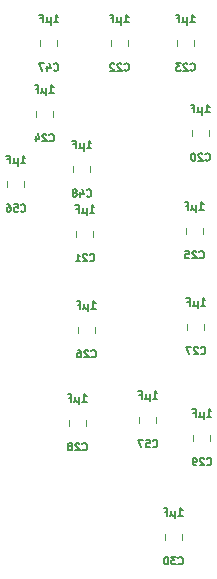
<source format=gbo>
%TF.GenerationSoftware,KiCad,Pcbnew,7.0.5*%
%TF.CreationDate,2024-02-01T08:33:56+02:00*%
%TF.ProjectId,W65C816 Clock Hold,57363543-3831-4362-9043-6c6f636b2048,V1*%
%TF.SameCoordinates,Original*%
%TF.FileFunction,Legend,Bot*%
%TF.FilePolarity,Positive*%
%FSLAX46Y46*%
G04 Gerber Fmt 4.6, Leading zero omitted, Abs format (unit mm)*
G04 Created by KiCad (PCBNEW 7.0.5) date 2024-02-01 08:33:56*
%MOMM*%
%LPD*%
G01*
G04 APERTURE LIST*
%ADD10C,0.150000*%
%ADD11C,0.120000*%
G04 APERTURE END LIST*
D10*
%TO.C,C57*%
X101781214Y-102503486D02*
X101811452Y-102533725D01*
X101811452Y-102533725D02*
X101902166Y-102563963D01*
X101902166Y-102563963D02*
X101962642Y-102563963D01*
X101962642Y-102563963D02*
X102053357Y-102533725D01*
X102053357Y-102533725D02*
X102113833Y-102473248D01*
X102113833Y-102473248D02*
X102144071Y-102412772D01*
X102144071Y-102412772D02*
X102174309Y-102291820D01*
X102174309Y-102291820D02*
X102174309Y-102201105D01*
X102174309Y-102201105D02*
X102144071Y-102080153D01*
X102144071Y-102080153D02*
X102113833Y-102019677D01*
X102113833Y-102019677D02*
X102053357Y-101959201D01*
X102053357Y-101959201D02*
X101962642Y-101928963D01*
X101962642Y-101928963D02*
X101902166Y-101928963D01*
X101902166Y-101928963D02*
X101811452Y-101959201D01*
X101811452Y-101959201D02*
X101781214Y-101989439D01*
X101206690Y-101928963D02*
X101509071Y-101928963D01*
X101509071Y-101928963D02*
X101539309Y-102231344D01*
X101539309Y-102231344D02*
X101509071Y-102201105D01*
X101509071Y-102201105D02*
X101448595Y-102170867D01*
X101448595Y-102170867D02*
X101297404Y-102170867D01*
X101297404Y-102170867D02*
X101236928Y-102201105D01*
X101236928Y-102201105D02*
X101206690Y-102231344D01*
X101206690Y-102231344D02*
X101176452Y-102291820D01*
X101176452Y-102291820D02*
X101176452Y-102443010D01*
X101176452Y-102443010D02*
X101206690Y-102503486D01*
X101206690Y-102503486D02*
X101236928Y-102533725D01*
X101236928Y-102533725D02*
X101297404Y-102563963D01*
X101297404Y-102563963D02*
X101448595Y-102563963D01*
X101448595Y-102563963D02*
X101509071Y-102533725D01*
X101509071Y-102533725D02*
X101539309Y-102503486D01*
X100964785Y-101928963D02*
X100541452Y-101928963D01*
X100541452Y-101928963D02*
X100813595Y-102563963D01*
X101769333Y-98456963D02*
X102132190Y-98456963D01*
X101950762Y-98456963D02*
X101950762Y-97821963D01*
X101950762Y-97821963D02*
X102011238Y-97912677D01*
X102011238Y-97912677D02*
X102071714Y-97973153D01*
X102071714Y-97973153D02*
X102132190Y-98003391D01*
X101497190Y-98033629D02*
X101497190Y-98668629D01*
X101194809Y-98366248D02*
X101164571Y-98426725D01*
X101164571Y-98426725D02*
X101104095Y-98456963D01*
X101497190Y-98366248D02*
X101466952Y-98426725D01*
X101466952Y-98426725D02*
X101406476Y-98456963D01*
X101406476Y-98456963D02*
X101285523Y-98456963D01*
X101285523Y-98456963D02*
X101225047Y-98426725D01*
X101225047Y-98426725D02*
X101194809Y-98366248D01*
X101194809Y-98366248D02*
X101194809Y-98033629D01*
X100620285Y-98124344D02*
X100831952Y-98124344D01*
X100831952Y-98456963D02*
X100831952Y-97821963D01*
X100831952Y-97821963D02*
X100529571Y-97821963D01*
%TO.C,C27*%
X105845214Y-94629486D02*
X105875452Y-94659725D01*
X105875452Y-94659725D02*
X105966166Y-94689963D01*
X105966166Y-94689963D02*
X106026642Y-94689963D01*
X106026642Y-94689963D02*
X106117357Y-94659725D01*
X106117357Y-94659725D02*
X106177833Y-94599248D01*
X106177833Y-94599248D02*
X106208071Y-94538772D01*
X106208071Y-94538772D02*
X106238309Y-94417820D01*
X106238309Y-94417820D02*
X106238309Y-94327105D01*
X106238309Y-94327105D02*
X106208071Y-94206153D01*
X106208071Y-94206153D02*
X106177833Y-94145677D01*
X106177833Y-94145677D02*
X106117357Y-94085201D01*
X106117357Y-94085201D02*
X106026642Y-94054963D01*
X106026642Y-94054963D02*
X105966166Y-94054963D01*
X105966166Y-94054963D02*
X105875452Y-94085201D01*
X105875452Y-94085201D02*
X105845214Y-94115439D01*
X105603309Y-94115439D02*
X105573071Y-94085201D01*
X105573071Y-94085201D02*
X105512595Y-94054963D01*
X105512595Y-94054963D02*
X105361404Y-94054963D01*
X105361404Y-94054963D02*
X105300928Y-94085201D01*
X105300928Y-94085201D02*
X105270690Y-94115439D01*
X105270690Y-94115439D02*
X105240452Y-94175915D01*
X105240452Y-94175915D02*
X105240452Y-94236391D01*
X105240452Y-94236391D02*
X105270690Y-94327105D01*
X105270690Y-94327105D02*
X105633547Y-94689963D01*
X105633547Y-94689963D02*
X105240452Y-94689963D01*
X105028785Y-94054963D02*
X104605452Y-94054963D01*
X104605452Y-94054963D02*
X104877595Y-94689963D01*
X105833333Y-90582963D02*
X106196190Y-90582963D01*
X106014762Y-90582963D02*
X106014762Y-89947963D01*
X106014762Y-89947963D02*
X106075238Y-90038677D01*
X106075238Y-90038677D02*
X106135714Y-90099153D01*
X106135714Y-90099153D02*
X106196190Y-90129391D01*
X105561190Y-90159629D02*
X105561190Y-90794629D01*
X105258809Y-90492248D02*
X105228571Y-90552725D01*
X105228571Y-90552725D02*
X105168095Y-90582963D01*
X105561190Y-90492248D02*
X105530952Y-90552725D01*
X105530952Y-90552725D02*
X105470476Y-90582963D01*
X105470476Y-90582963D02*
X105349523Y-90582963D01*
X105349523Y-90582963D02*
X105289047Y-90552725D01*
X105289047Y-90552725D02*
X105258809Y-90492248D01*
X105258809Y-90492248D02*
X105258809Y-90159629D01*
X104684285Y-90250344D02*
X104895952Y-90250344D01*
X104895952Y-90582963D02*
X104895952Y-89947963D01*
X104895952Y-89947963D02*
X104593571Y-89947963D01*
%TO.C,C23*%
X104956214Y-70626486D02*
X104986452Y-70656725D01*
X104986452Y-70656725D02*
X105077166Y-70686963D01*
X105077166Y-70686963D02*
X105137642Y-70686963D01*
X105137642Y-70686963D02*
X105228357Y-70656725D01*
X105228357Y-70656725D02*
X105288833Y-70596248D01*
X105288833Y-70596248D02*
X105319071Y-70535772D01*
X105319071Y-70535772D02*
X105349309Y-70414820D01*
X105349309Y-70414820D02*
X105349309Y-70324105D01*
X105349309Y-70324105D02*
X105319071Y-70203153D01*
X105319071Y-70203153D02*
X105288833Y-70142677D01*
X105288833Y-70142677D02*
X105228357Y-70082201D01*
X105228357Y-70082201D02*
X105137642Y-70051963D01*
X105137642Y-70051963D02*
X105077166Y-70051963D01*
X105077166Y-70051963D02*
X104986452Y-70082201D01*
X104986452Y-70082201D02*
X104956214Y-70112439D01*
X104714309Y-70112439D02*
X104684071Y-70082201D01*
X104684071Y-70082201D02*
X104623595Y-70051963D01*
X104623595Y-70051963D02*
X104472404Y-70051963D01*
X104472404Y-70051963D02*
X104411928Y-70082201D01*
X104411928Y-70082201D02*
X104381690Y-70112439D01*
X104381690Y-70112439D02*
X104351452Y-70172915D01*
X104351452Y-70172915D02*
X104351452Y-70233391D01*
X104351452Y-70233391D02*
X104381690Y-70324105D01*
X104381690Y-70324105D02*
X104744547Y-70686963D01*
X104744547Y-70686963D02*
X104351452Y-70686963D01*
X104139785Y-70051963D02*
X103746690Y-70051963D01*
X103746690Y-70051963D02*
X103958357Y-70293867D01*
X103958357Y-70293867D02*
X103867642Y-70293867D01*
X103867642Y-70293867D02*
X103807166Y-70324105D01*
X103807166Y-70324105D02*
X103776928Y-70354344D01*
X103776928Y-70354344D02*
X103746690Y-70414820D01*
X103746690Y-70414820D02*
X103746690Y-70566010D01*
X103746690Y-70566010D02*
X103776928Y-70626486D01*
X103776928Y-70626486D02*
X103807166Y-70656725D01*
X103807166Y-70656725D02*
X103867642Y-70686963D01*
X103867642Y-70686963D02*
X104049071Y-70686963D01*
X104049071Y-70686963D02*
X104109547Y-70656725D01*
X104109547Y-70656725D02*
X104139785Y-70626486D01*
X104944333Y-66579963D02*
X105307190Y-66579963D01*
X105125762Y-66579963D02*
X105125762Y-65944963D01*
X105125762Y-65944963D02*
X105186238Y-66035677D01*
X105186238Y-66035677D02*
X105246714Y-66096153D01*
X105246714Y-66096153D02*
X105307190Y-66126391D01*
X104672190Y-66156629D02*
X104672190Y-66791629D01*
X104369809Y-66489248D02*
X104339571Y-66549725D01*
X104339571Y-66549725D02*
X104279095Y-66579963D01*
X104672190Y-66489248D02*
X104641952Y-66549725D01*
X104641952Y-66549725D02*
X104581476Y-66579963D01*
X104581476Y-66579963D02*
X104460523Y-66579963D01*
X104460523Y-66579963D02*
X104400047Y-66549725D01*
X104400047Y-66549725D02*
X104369809Y-66489248D01*
X104369809Y-66489248D02*
X104369809Y-66156629D01*
X103795285Y-66247344D02*
X104006952Y-66247344D01*
X104006952Y-66579963D02*
X104006952Y-65944963D01*
X104006952Y-65944963D02*
X103704571Y-65944963D01*
%TO.C,C25*%
X105718214Y-86501486D02*
X105748452Y-86531725D01*
X105748452Y-86531725D02*
X105839166Y-86561963D01*
X105839166Y-86561963D02*
X105899642Y-86561963D01*
X105899642Y-86561963D02*
X105990357Y-86531725D01*
X105990357Y-86531725D02*
X106050833Y-86471248D01*
X106050833Y-86471248D02*
X106081071Y-86410772D01*
X106081071Y-86410772D02*
X106111309Y-86289820D01*
X106111309Y-86289820D02*
X106111309Y-86199105D01*
X106111309Y-86199105D02*
X106081071Y-86078153D01*
X106081071Y-86078153D02*
X106050833Y-86017677D01*
X106050833Y-86017677D02*
X105990357Y-85957201D01*
X105990357Y-85957201D02*
X105899642Y-85926963D01*
X105899642Y-85926963D02*
X105839166Y-85926963D01*
X105839166Y-85926963D02*
X105748452Y-85957201D01*
X105748452Y-85957201D02*
X105718214Y-85987439D01*
X105476309Y-85987439D02*
X105446071Y-85957201D01*
X105446071Y-85957201D02*
X105385595Y-85926963D01*
X105385595Y-85926963D02*
X105234404Y-85926963D01*
X105234404Y-85926963D02*
X105173928Y-85957201D01*
X105173928Y-85957201D02*
X105143690Y-85987439D01*
X105143690Y-85987439D02*
X105113452Y-86047915D01*
X105113452Y-86047915D02*
X105113452Y-86108391D01*
X105113452Y-86108391D02*
X105143690Y-86199105D01*
X105143690Y-86199105D02*
X105506547Y-86561963D01*
X105506547Y-86561963D02*
X105113452Y-86561963D01*
X104538928Y-85926963D02*
X104841309Y-85926963D01*
X104841309Y-85926963D02*
X104871547Y-86229344D01*
X104871547Y-86229344D02*
X104841309Y-86199105D01*
X104841309Y-86199105D02*
X104780833Y-86168867D01*
X104780833Y-86168867D02*
X104629642Y-86168867D01*
X104629642Y-86168867D02*
X104569166Y-86199105D01*
X104569166Y-86199105D02*
X104538928Y-86229344D01*
X104538928Y-86229344D02*
X104508690Y-86289820D01*
X104508690Y-86289820D02*
X104508690Y-86441010D01*
X104508690Y-86441010D02*
X104538928Y-86501486D01*
X104538928Y-86501486D02*
X104569166Y-86531725D01*
X104569166Y-86531725D02*
X104629642Y-86561963D01*
X104629642Y-86561963D02*
X104780833Y-86561963D01*
X104780833Y-86561963D02*
X104841309Y-86531725D01*
X104841309Y-86531725D02*
X104871547Y-86501486D01*
X105706333Y-82454963D02*
X106069190Y-82454963D01*
X105887762Y-82454963D02*
X105887762Y-81819963D01*
X105887762Y-81819963D02*
X105948238Y-81910677D01*
X105948238Y-81910677D02*
X106008714Y-81971153D01*
X106008714Y-81971153D02*
X106069190Y-82001391D01*
X105434190Y-82031629D02*
X105434190Y-82666629D01*
X105131809Y-82364248D02*
X105101571Y-82424725D01*
X105101571Y-82424725D02*
X105041095Y-82454963D01*
X105434190Y-82364248D02*
X105403952Y-82424725D01*
X105403952Y-82424725D02*
X105343476Y-82454963D01*
X105343476Y-82454963D02*
X105222523Y-82454963D01*
X105222523Y-82454963D02*
X105162047Y-82424725D01*
X105162047Y-82424725D02*
X105131809Y-82364248D01*
X105131809Y-82364248D02*
X105131809Y-82031629D01*
X104557285Y-82122344D02*
X104768952Y-82122344D01*
X104768952Y-82454963D02*
X104768952Y-81819963D01*
X104768952Y-81819963D02*
X104466571Y-81819963D01*
%TO.C,C26*%
X96574214Y-94883486D02*
X96604452Y-94913725D01*
X96604452Y-94913725D02*
X96695166Y-94943963D01*
X96695166Y-94943963D02*
X96755642Y-94943963D01*
X96755642Y-94943963D02*
X96846357Y-94913725D01*
X96846357Y-94913725D02*
X96906833Y-94853248D01*
X96906833Y-94853248D02*
X96937071Y-94792772D01*
X96937071Y-94792772D02*
X96967309Y-94671820D01*
X96967309Y-94671820D02*
X96967309Y-94581105D01*
X96967309Y-94581105D02*
X96937071Y-94460153D01*
X96937071Y-94460153D02*
X96906833Y-94399677D01*
X96906833Y-94399677D02*
X96846357Y-94339201D01*
X96846357Y-94339201D02*
X96755642Y-94308963D01*
X96755642Y-94308963D02*
X96695166Y-94308963D01*
X96695166Y-94308963D02*
X96604452Y-94339201D01*
X96604452Y-94339201D02*
X96574214Y-94369439D01*
X96332309Y-94369439D02*
X96302071Y-94339201D01*
X96302071Y-94339201D02*
X96241595Y-94308963D01*
X96241595Y-94308963D02*
X96090404Y-94308963D01*
X96090404Y-94308963D02*
X96029928Y-94339201D01*
X96029928Y-94339201D02*
X95999690Y-94369439D01*
X95999690Y-94369439D02*
X95969452Y-94429915D01*
X95969452Y-94429915D02*
X95969452Y-94490391D01*
X95969452Y-94490391D02*
X95999690Y-94581105D01*
X95999690Y-94581105D02*
X96362547Y-94943963D01*
X96362547Y-94943963D02*
X95969452Y-94943963D01*
X95425166Y-94308963D02*
X95546119Y-94308963D01*
X95546119Y-94308963D02*
X95606595Y-94339201D01*
X95606595Y-94339201D02*
X95636833Y-94369439D01*
X95636833Y-94369439D02*
X95697309Y-94460153D01*
X95697309Y-94460153D02*
X95727547Y-94581105D01*
X95727547Y-94581105D02*
X95727547Y-94823010D01*
X95727547Y-94823010D02*
X95697309Y-94883486D01*
X95697309Y-94883486D02*
X95667071Y-94913725D01*
X95667071Y-94913725D02*
X95606595Y-94943963D01*
X95606595Y-94943963D02*
X95485642Y-94943963D01*
X95485642Y-94943963D02*
X95425166Y-94913725D01*
X95425166Y-94913725D02*
X95394928Y-94883486D01*
X95394928Y-94883486D02*
X95364690Y-94823010D01*
X95364690Y-94823010D02*
X95364690Y-94671820D01*
X95364690Y-94671820D02*
X95394928Y-94611344D01*
X95394928Y-94611344D02*
X95425166Y-94581105D01*
X95425166Y-94581105D02*
X95485642Y-94550867D01*
X95485642Y-94550867D02*
X95606595Y-94550867D01*
X95606595Y-94550867D02*
X95667071Y-94581105D01*
X95667071Y-94581105D02*
X95697309Y-94611344D01*
X95697309Y-94611344D02*
X95727547Y-94671820D01*
X96562333Y-90836963D02*
X96925190Y-90836963D01*
X96743762Y-90836963D02*
X96743762Y-90201963D01*
X96743762Y-90201963D02*
X96804238Y-90292677D01*
X96804238Y-90292677D02*
X96864714Y-90353153D01*
X96864714Y-90353153D02*
X96925190Y-90383391D01*
X96290190Y-90413629D02*
X96290190Y-91048629D01*
X95987809Y-90746248D02*
X95957571Y-90806725D01*
X95957571Y-90806725D02*
X95897095Y-90836963D01*
X96290190Y-90746248D02*
X96259952Y-90806725D01*
X96259952Y-90806725D02*
X96199476Y-90836963D01*
X96199476Y-90836963D02*
X96078523Y-90836963D01*
X96078523Y-90836963D02*
X96018047Y-90806725D01*
X96018047Y-90806725D02*
X95987809Y-90746248D01*
X95987809Y-90746248D02*
X95987809Y-90413629D01*
X95413285Y-90504344D02*
X95624952Y-90504344D01*
X95624952Y-90836963D02*
X95624952Y-90201963D01*
X95624952Y-90201963D02*
X95322571Y-90201963D01*
%TO.C,C48*%
X96193214Y-81294486D02*
X96223452Y-81324725D01*
X96223452Y-81324725D02*
X96314166Y-81354963D01*
X96314166Y-81354963D02*
X96374642Y-81354963D01*
X96374642Y-81354963D02*
X96465357Y-81324725D01*
X96465357Y-81324725D02*
X96525833Y-81264248D01*
X96525833Y-81264248D02*
X96556071Y-81203772D01*
X96556071Y-81203772D02*
X96586309Y-81082820D01*
X96586309Y-81082820D02*
X96586309Y-80992105D01*
X96586309Y-80992105D02*
X96556071Y-80871153D01*
X96556071Y-80871153D02*
X96525833Y-80810677D01*
X96525833Y-80810677D02*
X96465357Y-80750201D01*
X96465357Y-80750201D02*
X96374642Y-80719963D01*
X96374642Y-80719963D02*
X96314166Y-80719963D01*
X96314166Y-80719963D02*
X96223452Y-80750201D01*
X96223452Y-80750201D02*
X96193214Y-80780439D01*
X95648928Y-80931629D02*
X95648928Y-81354963D01*
X95800119Y-80689725D02*
X95951309Y-81143296D01*
X95951309Y-81143296D02*
X95558214Y-81143296D01*
X95225595Y-80992105D02*
X95286071Y-80961867D01*
X95286071Y-80961867D02*
X95316309Y-80931629D01*
X95316309Y-80931629D02*
X95346547Y-80871153D01*
X95346547Y-80871153D02*
X95346547Y-80840915D01*
X95346547Y-80840915D02*
X95316309Y-80780439D01*
X95316309Y-80780439D02*
X95286071Y-80750201D01*
X95286071Y-80750201D02*
X95225595Y-80719963D01*
X95225595Y-80719963D02*
X95104642Y-80719963D01*
X95104642Y-80719963D02*
X95044166Y-80750201D01*
X95044166Y-80750201D02*
X95013928Y-80780439D01*
X95013928Y-80780439D02*
X94983690Y-80840915D01*
X94983690Y-80840915D02*
X94983690Y-80871153D01*
X94983690Y-80871153D02*
X95013928Y-80931629D01*
X95013928Y-80931629D02*
X95044166Y-80961867D01*
X95044166Y-80961867D02*
X95104642Y-80992105D01*
X95104642Y-80992105D02*
X95225595Y-80992105D01*
X95225595Y-80992105D02*
X95286071Y-81022344D01*
X95286071Y-81022344D02*
X95316309Y-81052582D01*
X95316309Y-81052582D02*
X95346547Y-81113058D01*
X95346547Y-81113058D02*
X95346547Y-81234010D01*
X95346547Y-81234010D02*
X95316309Y-81294486D01*
X95316309Y-81294486D02*
X95286071Y-81324725D01*
X95286071Y-81324725D02*
X95225595Y-81354963D01*
X95225595Y-81354963D02*
X95104642Y-81354963D01*
X95104642Y-81354963D02*
X95044166Y-81324725D01*
X95044166Y-81324725D02*
X95013928Y-81294486D01*
X95013928Y-81294486D02*
X94983690Y-81234010D01*
X94983690Y-81234010D02*
X94983690Y-81113058D01*
X94983690Y-81113058D02*
X95013928Y-81052582D01*
X95013928Y-81052582D02*
X95044166Y-81022344D01*
X95044166Y-81022344D02*
X95104642Y-80992105D01*
X96181333Y-77247963D02*
X96544190Y-77247963D01*
X96362762Y-77247963D02*
X96362762Y-76612963D01*
X96362762Y-76612963D02*
X96423238Y-76703677D01*
X96423238Y-76703677D02*
X96483714Y-76764153D01*
X96483714Y-76764153D02*
X96544190Y-76794391D01*
X95909190Y-76824629D02*
X95909190Y-77459629D01*
X95606809Y-77157248D02*
X95576571Y-77217725D01*
X95576571Y-77217725D02*
X95516095Y-77247963D01*
X95909190Y-77157248D02*
X95878952Y-77217725D01*
X95878952Y-77217725D02*
X95818476Y-77247963D01*
X95818476Y-77247963D02*
X95697523Y-77247963D01*
X95697523Y-77247963D02*
X95637047Y-77217725D01*
X95637047Y-77217725D02*
X95606809Y-77157248D01*
X95606809Y-77157248D02*
X95606809Y-76824629D01*
X95032285Y-76915344D02*
X95243952Y-76915344D01*
X95243952Y-77247963D02*
X95243952Y-76612963D01*
X95243952Y-76612963D02*
X94941571Y-76612963D01*
%TO.C,C22*%
X99368214Y-70626486D02*
X99398452Y-70656725D01*
X99398452Y-70656725D02*
X99489166Y-70686963D01*
X99489166Y-70686963D02*
X99549642Y-70686963D01*
X99549642Y-70686963D02*
X99640357Y-70656725D01*
X99640357Y-70656725D02*
X99700833Y-70596248D01*
X99700833Y-70596248D02*
X99731071Y-70535772D01*
X99731071Y-70535772D02*
X99761309Y-70414820D01*
X99761309Y-70414820D02*
X99761309Y-70324105D01*
X99761309Y-70324105D02*
X99731071Y-70203153D01*
X99731071Y-70203153D02*
X99700833Y-70142677D01*
X99700833Y-70142677D02*
X99640357Y-70082201D01*
X99640357Y-70082201D02*
X99549642Y-70051963D01*
X99549642Y-70051963D02*
X99489166Y-70051963D01*
X99489166Y-70051963D02*
X99398452Y-70082201D01*
X99398452Y-70082201D02*
X99368214Y-70112439D01*
X99126309Y-70112439D02*
X99096071Y-70082201D01*
X99096071Y-70082201D02*
X99035595Y-70051963D01*
X99035595Y-70051963D02*
X98884404Y-70051963D01*
X98884404Y-70051963D02*
X98823928Y-70082201D01*
X98823928Y-70082201D02*
X98793690Y-70112439D01*
X98793690Y-70112439D02*
X98763452Y-70172915D01*
X98763452Y-70172915D02*
X98763452Y-70233391D01*
X98763452Y-70233391D02*
X98793690Y-70324105D01*
X98793690Y-70324105D02*
X99156547Y-70686963D01*
X99156547Y-70686963D02*
X98763452Y-70686963D01*
X98521547Y-70112439D02*
X98491309Y-70082201D01*
X98491309Y-70082201D02*
X98430833Y-70051963D01*
X98430833Y-70051963D02*
X98279642Y-70051963D01*
X98279642Y-70051963D02*
X98219166Y-70082201D01*
X98219166Y-70082201D02*
X98188928Y-70112439D01*
X98188928Y-70112439D02*
X98158690Y-70172915D01*
X98158690Y-70172915D02*
X98158690Y-70233391D01*
X98158690Y-70233391D02*
X98188928Y-70324105D01*
X98188928Y-70324105D02*
X98551785Y-70686963D01*
X98551785Y-70686963D02*
X98158690Y-70686963D01*
X99356333Y-66579963D02*
X99719190Y-66579963D01*
X99537762Y-66579963D02*
X99537762Y-65944963D01*
X99537762Y-65944963D02*
X99598238Y-66035677D01*
X99598238Y-66035677D02*
X99658714Y-66096153D01*
X99658714Y-66096153D02*
X99719190Y-66126391D01*
X99084190Y-66156629D02*
X99084190Y-66791629D01*
X98781809Y-66489248D02*
X98751571Y-66549725D01*
X98751571Y-66549725D02*
X98691095Y-66579963D01*
X99084190Y-66489248D02*
X99053952Y-66549725D01*
X99053952Y-66549725D02*
X98993476Y-66579963D01*
X98993476Y-66579963D02*
X98872523Y-66579963D01*
X98872523Y-66579963D02*
X98812047Y-66549725D01*
X98812047Y-66549725D02*
X98781809Y-66489248D01*
X98781809Y-66489248D02*
X98781809Y-66156629D01*
X98207285Y-66247344D02*
X98418952Y-66247344D01*
X98418952Y-66579963D02*
X98418952Y-65944963D01*
X98418952Y-65944963D02*
X98116571Y-65944963D01*
%TO.C,C47*%
X93399214Y-70626486D02*
X93429452Y-70656725D01*
X93429452Y-70656725D02*
X93520166Y-70686963D01*
X93520166Y-70686963D02*
X93580642Y-70686963D01*
X93580642Y-70686963D02*
X93671357Y-70656725D01*
X93671357Y-70656725D02*
X93731833Y-70596248D01*
X93731833Y-70596248D02*
X93762071Y-70535772D01*
X93762071Y-70535772D02*
X93792309Y-70414820D01*
X93792309Y-70414820D02*
X93792309Y-70324105D01*
X93792309Y-70324105D02*
X93762071Y-70203153D01*
X93762071Y-70203153D02*
X93731833Y-70142677D01*
X93731833Y-70142677D02*
X93671357Y-70082201D01*
X93671357Y-70082201D02*
X93580642Y-70051963D01*
X93580642Y-70051963D02*
X93520166Y-70051963D01*
X93520166Y-70051963D02*
X93429452Y-70082201D01*
X93429452Y-70082201D02*
X93399214Y-70112439D01*
X92854928Y-70263629D02*
X92854928Y-70686963D01*
X93006119Y-70021725D02*
X93157309Y-70475296D01*
X93157309Y-70475296D02*
X92764214Y-70475296D01*
X92582785Y-70051963D02*
X92159452Y-70051963D01*
X92159452Y-70051963D02*
X92431595Y-70686963D01*
X93387333Y-66579963D02*
X93750190Y-66579963D01*
X93568762Y-66579963D02*
X93568762Y-65944963D01*
X93568762Y-65944963D02*
X93629238Y-66035677D01*
X93629238Y-66035677D02*
X93689714Y-66096153D01*
X93689714Y-66096153D02*
X93750190Y-66126391D01*
X93115190Y-66156629D02*
X93115190Y-66791629D01*
X92812809Y-66489248D02*
X92782571Y-66549725D01*
X92782571Y-66549725D02*
X92722095Y-66579963D01*
X93115190Y-66489248D02*
X93084952Y-66549725D01*
X93084952Y-66549725D02*
X93024476Y-66579963D01*
X93024476Y-66579963D02*
X92903523Y-66579963D01*
X92903523Y-66579963D02*
X92843047Y-66549725D01*
X92843047Y-66549725D02*
X92812809Y-66489248D01*
X92812809Y-66489248D02*
X92812809Y-66156629D01*
X92238285Y-66247344D02*
X92449952Y-66247344D01*
X92449952Y-66579963D02*
X92449952Y-65944963D01*
X92449952Y-65944963D02*
X92147571Y-65944963D01*
%TO.C,C20*%
X106226214Y-78246486D02*
X106256452Y-78276725D01*
X106256452Y-78276725D02*
X106347166Y-78306963D01*
X106347166Y-78306963D02*
X106407642Y-78306963D01*
X106407642Y-78306963D02*
X106498357Y-78276725D01*
X106498357Y-78276725D02*
X106558833Y-78216248D01*
X106558833Y-78216248D02*
X106589071Y-78155772D01*
X106589071Y-78155772D02*
X106619309Y-78034820D01*
X106619309Y-78034820D02*
X106619309Y-77944105D01*
X106619309Y-77944105D02*
X106589071Y-77823153D01*
X106589071Y-77823153D02*
X106558833Y-77762677D01*
X106558833Y-77762677D02*
X106498357Y-77702201D01*
X106498357Y-77702201D02*
X106407642Y-77671963D01*
X106407642Y-77671963D02*
X106347166Y-77671963D01*
X106347166Y-77671963D02*
X106256452Y-77702201D01*
X106256452Y-77702201D02*
X106226214Y-77732439D01*
X105984309Y-77732439D02*
X105954071Y-77702201D01*
X105954071Y-77702201D02*
X105893595Y-77671963D01*
X105893595Y-77671963D02*
X105742404Y-77671963D01*
X105742404Y-77671963D02*
X105681928Y-77702201D01*
X105681928Y-77702201D02*
X105651690Y-77732439D01*
X105651690Y-77732439D02*
X105621452Y-77792915D01*
X105621452Y-77792915D02*
X105621452Y-77853391D01*
X105621452Y-77853391D02*
X105651690Y-77944105D01*
X105651690Y-77944105D02*
X106014547Y-78306963D01*
X106014547Y-78306963D02*
X105621452Y-78306963D01*
X105228357Y-77671963D02*
X105167880Y-77671963D01*
X105167880Y-77671963D02*
X105107404Y-77702201D01*
X105107404Y-77702201D02*
X105077166Y-77732439D01*
X105077166Y-77732439D02*
X105046928Y-77792915D01*
X105046928Y-77792915D02*
X105016690Y-77913867D01*
X105016690Y-77913867D02*
X105016690Y-78065058D01*
X105016690Y-78065058D02*
X105046928Y-78186010D01*
X105046928Y-78186010D02*
X105077166Y-78246486D01*
X105077166Y-78246486D02*
X105107404Y-78276725D01*
X105107404Y-78276725D02*
X105167880Y-78306963D01*
X105167880Y-78306963D02*
X105228357Y-78306963D01*
X105228357Y-78306963D02*
X105288833Y-78276725D01*
X105288833Y-78276725D02*
X105319071Y-78246486D01*
X105319071Y-78246486D02*
X105349309Y-78186010D01*
X105349309Y-78186010D02*
X105379547Y-78065058D01*
X105379547Y-78065058D02*
X105379547Y-77913867D01*
X105379547Y-77913867D02*
X105349309Y-77792915D01*
X105349309Y-77792915D02*
X105319071Y-77732439D01*
X105319071Y-77732439D02*
X105288833Y-77702201D01*
X105288833Y-77702201D02*
X105228357Y-77671963D01*
X106214333Y-74199963D02*
X106577190Y-74199963D01*
X106395762Y-74199963D02*
X106395762Y-73564963D01*
X106395762Y-73564963D02*
X106456238Y-73655677D01*
X106456238Y-73655677D02*
X106516714Y-73716153D01*
X106516714Y-73716153D02*
X106577190Y-73746391D01*
X105942190Y-73776629D02*
X105942190Y-74411629D01*
X105639809Y-74109248D02*
X105609571Y-74169725D01*
X105609571Y-74169725D02*
X105549095Y-74199963D01*
X105942190Y-74109248D02*
X105911952Y-74169725D01*
X105911952Y-74169725D02*
X105851476Y-74199963D01*
X105851476Y-74199963D02*
X105730523Y-74199963D01*
X105730523Y-74199963D02*
X105670047Y-74169725D01*
X105670047Y-74169725D02*
X105639809Y-74109248D01*
X105639809Y-74109248D02*
X105639809Y-73776629D01*
X105065285Y-73867344D02*
X105276952Y-73867344D01*
X105276952Y-74199963D02*
X105276952Y-73564963D01*
X105276952Y-73564963D02*
X104974571Y-73564963D01*
%TO.C,C24*%
X93018214Y-76595486D02*
X93048452Y-76625725D01*
X93048452Y-76625725D02*
X93139166Y-76655963D01*
X93139166Y-76655963D02*
X93199642Y-76655963D01*
X93199642Y-76655963D02*
X93290357Y-76625725D01*
X93290357Y-76625725D02*
X93350833Y-76565248D01*
X93350833Y-76565248D02*
X93381071Y-76504772D01*
X93381071Y-76504772D02*
X93411309Y-76383820D01*
X93411309Y-76383820D02*
X93411309Y-76293105D01*
X93411309Y-76293105D02*
X93381071Y-76172153D01*
X93381071Y-76172153D02*
X93350833Y-76111677D01*
X93350833Y-76111677D02*
X93290357Y-76051201D01*
X93290357Y-76051201D02*
X93199642Y-76020963D01*
X93199642Y-76020963D02*
X93139166Y-76020963D01*
X93139166Y-76020963D02*
X93048452Y-76051201D01*
X93048452Y-76051201D02*
X93018214Y-76081439D01*
X92776309Y-76081439D02*
X92746071Y-76051201D01*
X92746071Y-76051201D02*
X92685595Y-76020963D01*
X92685595Y-76020963D02*
X92534404Y-76020963D01*
X92534404Y-76020963D02*
X92473928Y-76051201D01*
X92473928Y-76051201D02*
X92443690Y-76081439D01*
X92443690Y-76081439D02*
X92413452Y-76141915D01*
X92413452Y-76141915D02*
X92413452Y-76202391D01*
X92413452Y-76202391D02*
X92443690Y-76293105D01*
X92443690Y-76293105D02*
X92806547Y-76655963D01*
X92806547Y-76655963D02*
X92413452Y-76655963D01*
X91869166Y-76232629D02*
X91869166Y-76655963D01*
X92020357Y-75990725D02*
X92171547Y-76444296D01*
X92171547Y-76444296D02*
X91778452Y-76444296D01*
X93006333Y-72548963D02*
X93369190Y-72548963D01*
X93187762Y-72548963D02*
X93187762Y-71913963D01*
X93187762Y-71913963D02*
X93248238Y-72004677D01*
X93248238Y-72004677D02*
X93308714Y-72065153D01*
X93308714Y-72065153D02*
X93369190Y-72095391D01*
X92734190Y-72125629D02*
X92734190Y-72760629D01*
X92431809Y-72458248D02*
X92401571Y-72518725D01*
X92401571Y-72518725D02*
X92341095Y-72548963D01*
X92734190Y-72458248D02*
X92703952Y-72518725D01*
X92703952Y-72518725D02*
X92643476Y-72548963D01*
X92643476Y-72548963D02*
X92522523Y-72548963D01*
X92522523Y-72548963D02*
X92462047Y-72518725D01*
X92462047Y-72518725D02*
X92431809Y-72458248D01*
X92431809Y-72458248D02*
X92431809Y-72125629D01*
X91857285Y-72216344D02*
X92068952Y-72216344D01*
X92068952Y-72548963D02*
X92068952Y-71913963D01*
X92068952Y-71913963D02*
X91766571Y-71913963D01*
%TO.C,C30*%
X103940214Y-112409486D02*
X103970452Y-112439725D01*
X103970452Y-112439725D02*
X104061166Y-112469963D01*
X104061166Y-112469963D02*
X104121642Y-112469963D01*
X104121642Y-112469963D02*
X104212357Y-112439725D01*
X104212357Y-112439725D02*
X104272833Y-112379248D01*
X104272833Y-112379248D02*
X104303071Y-112318772D01*
X104303071Y-112318772D02*
X104333309Y-112197820D01*
X104333309Y-112197820D02*
X104333309Y-112107105D01*
X104333309Y-112107105D02*
X104303071Y-111986153D01*
X104303071Y-111986153D02*
X104272833Y-111925677D01*
X104272833Y-111925677D02*
X104212357Y-111865201D01*
X104212357Y-111865201D02*
X104121642Y-111834963D01*
X104121642Y-111834963D02*
X104061166Y-111834963D01*
X104061166Y-111834963D02*
X103970452Y-111865201D01*
X103970452Y-111865201D02*
X103940214Y-111895439D01*
X103728547Y-111834963D02*
X103335452Y-111834963D01*
X103335452Y-111834963D02*
X103547119Y-112076867D01*
X103547119Y-112076867D02*
X103456404Y-112076867D01*
X103456404Y-112076867D02*
X103395928Y-112107105D01*
X103395928Y-112107105D02*
X103365690Y-112137344D01*
X103365690Y-112137344D02*
X103335452Y-112197820D01*
X103335452Y-112197820D02*
X103335452Y-112349010D01*
X103335452Y-112349010D02*
X103365690Y-112409486D01*
X103365690Y-112409486D02*
X103395928Y-112439725D01*
X103395928Y-112439725D02*
X103456404Y-112469963D01*
X103456404Y-112469963D02*
X103637833Y-112469963D01*
X103637833Y-112469963D02*
X103698309Y-112439725D01*
X103698309Y-112439725D02*
X103728547Y-112409486D01*
X102942357Y-111834963D02*
X102881880Y-111834963D01*
X102881880Y-111834963D02*
X102821404Y-111865201D01*
X102821404Y-111865201D02*
X102791166Y-111895439D01*
X102791166Y-111895439D02*
X102760928Y-111955915D01*
X102760928Y-111955915D02*
X102730690Y-112076867D01*
X102730690Y-112076867D02*
X102730690Y-112228058D01*
X102730690Y-112228058D02*
X102760928Y-112349010D01*
X102760928Y-112349010D02*
X102791166Y-112409486D01*
X102791166Y-112409486D02*
X102821404Y-112439725D01*
X102821404Y-112439725D02*
X102881880Y-112469963D01*
X102881880Y-112469963D02*
X102942357Y-112469963D01*
X102942357Y-112469963D02*
X103002833Y-112439725D01*
X103002833Y-112439725D02*
X103033071Y-112409486D01*
X103033071Y-112409486D02*
X103063309Y-112349010D01*
X103063309Y-112349010D02*
X103093547Y-112228058D01*
X103093547Y-112228058D02*
X103093547Y-112076867D01*
X103093547Y-112076867D02*
X103063309Y-111955915D01*
X103063309Y-111955915D02*
X103033071Y-111895439D01*
X103033071Y-111895439D02*
X103002833Y-111865201D01*
X103002833Y-111865201D02*
X102942357Y-111834963D01*
X103928333Y-108362963D02*
X104291190Y-108362963D01*
X104109762Y-108362963D02*
X104109762Y-107727963D01*
X104109762Y-107727963D02*
X104170238Y-107818677D01*
X104170238Y-107818677D02*
X104230714Y-107879153D01*
X104230714Y-107879153D02*
X104291190Y-107909391D01*
X103656190Y-107939629D02*
X103656190Y-108574629D01*
X103353809Y-108272248D02*
X103323571Y-108332725D01*
X103323571Y-108332725D02*
X103263095Y-108362963D01*
X103656190Y-108272248D02*
X103625952Y-108332725D01*
X103625952Y-108332725D02*
X103565476Y-108362963D01*
X103565476Y-108362963D02*
X103444523Y-108362963D01*
X103444523Y-108362963D02*
X103384047Y-108332725D01*
X103384047Y-108332725D02*
X103353809Y-108272248D01*
X103353809Y-108272248D02*
X103353809Y-107939629D01*
X102779285Y-108030344D02*
X102990952Y-108030344D01*
X102990952Y-108362963D02*
X102990952Y-107727963D01*
X102990952Y-107727963D02*
X102688571Y-107727963D01*
%TO.C,C56*%
X90605214Y-82564486D02*
X90635452Y-82594725D01*
X90635452Y-82594725D02*
X90726166Y-82624963D01*
X90726166Y-82624963D02*
X90786642Y-82624963D01*
X90786642Y-82624963D02*
X90877357Y-82594725D01*
X90877357Y-82594725D02*
X90937833Y-82534248D01*
X90937833Y-82534248D02*
X90968071Y-82473772D01*
X90968071Y-82473772D02*
X90998309Y-82352820D01*
X90998309Y-82352820D02*
X90998309Y-82262105D01*
X90998309Y-82262105D02*
X90968071Y-82141153D01*
X90968071Y-82141153D02*
X90937833Y-82080677D01*
X90937833Y-82080677D02*
X90877357Y-82020201D01*
X90877357Y-82020201D02*
X90786642Y-81989963D01*
X90786642Y-81989963D02*
X90726166Y-81989963D01*
X90726166Y-81989963D02*
X90635452Y-82020201D01*
X90635452Y-82020201D02*
X90605214Y-82050439D01*
X90030690Y-81989963D02*
X90333071Y-81989963D01*
X90333071Y-81989963D02*
X90363309Y-82292344D01*
X90363309Y-82292344D02*
X90333071Y-82262105D01*
X90333071Y-82262105D02*
X90272595Y-82231867D01*
X90272595Y-82231867D02*
X90121404Y-82231867D01*
X90121404Y-82231867D02*
X90060928Y-82262105D01*
X90060928Y-82262105D02*
X90030690Y-82292344D01*
X90030690Y-82292344D02*
X90000452Y-82352820D01*
X90000452Y-82352820D02*
X90000452Y-82504010D01*
X90000452Y-82504010D02*
X90030690Y-82564486D01*
X90030690Y-82564486D02*
X90060928Y-82594725D01*
X90060928Y-82594725D02*
X90121404Y-82624963D01*
X90121404Y-82624963D02*
X90272595Y-82624963D01*
X90272595Y-82624963D02*
X90333071Y-82594725D01*
X90333071Y-82594725D02*
X90363309Y-82564486D01*
X89456166Y-81989963D02*
X89577119Y-81989963D01*
X89577119Y-81989963D02*
X89637595Y-82020201D01*
X89637595Y-82020201D02*
X89667833Y-82050439D01*
X89667833Y-82050439D02*
X89728309Y-82141153D01*
X89728309Y-82141153D02*
X89758547Y-82262105D01*
X89758547Y-82262105D02*
X89758547Y-82504010D01*
X89758547Y-82504010D02*
X89728309Y-82564486D01*
X89728309Y-82564486D02*
X89698071Y-82594725D01*
X89698071Y-82594725D02*
X89637595Y-82624963D01*
X89637595Y-82624963D02*
X89516642Y-82624963D01*
X89516642Y-82624963D02*
X89456166Y-82594725D01*
X89456166Y-82594725D02*
X89425928Y-82564486D01*
X89425928Y-82564486D02*
X89395690Y-82504010D01*
X89395690Y-82504010D02*
X89395690Y-82352820D01*
X89395690Y-82352820D02*
X89425928Y-82292344D01*
X89425928Y-82292344D02*
X89456166Y-82262105D01*
X89456166Y-82262105D02*
X89516642Y-82231867D01*
X89516642Y-82231867D02*
X89637595Y-82231867D01*
X89637595Y-82231867D02*
X89698071Y-82262105D01*
X89698071Y-82262105D02*
X89728309Y-82292344D01*
X89728309Y-82292344D02*
X89758547Y-82352820D01*
X90593333Y-78517963D02*
X90956190Y-78517963D01*
X90774762Y-78517963D02*
X90774762Y-77882963D01*
X90774762Y-77882963D02*
X90835238Y-77973677D01*
X90835238Y-77973677D02*
X90895714Y-78034153D01*
X90895714Y-78034153D02*
X90956190Y-78064391D01*
X90321190Y-78094629D02*
X90321190Y-78729629D01*
X90018809Y-78427248D02*
X89988571Y-78487725D01*
X89988571Y-78487725D02*
X89928095Y-78517963D01*
X90321190Y-78427248D02*
X90290952Y-78487725D01*
X90290952Y-78487725D02*
X90230476Y-78517963D01*
X90230476Y-78517963D02*
X90109523Y-78517963D01*
X90109523Y-78517963D02*
X90049047Y-78487725D01*
X90049047Y-78487725D02*
X90018809Y-78427248D01*
X90018809Y-78427248D02*
X90018809Y-78094629D01*
X89444285Y-78185344D02*
X89655952Y-78185344D01*
X89655952Y-78517963D02*
X89655952Y-77882963D01*
X89655952Y-77882963D02*
X89353571Y-77882963D01*
%TO.C,C21*%
X96447214Y-86755486D02*
X96477452Y-86785725D01*
X96477452Y-86785725D02*
X96568166Y-86815963D01*
X96568166Y-86815963D02*
X96628642Y-86815963D01*
X96628642Y-86815963D02*
X96719357Y-86785725D01*
X96719357Y-86785725D02*
X96779833Y-86725248D01*
X96779833Y-86725248D02*
X96810071Y-86664772D01*
X96810071Y-86664772D02*
X96840309Y-86543820D01*
X96840309Y-86543820D02*
X96840309Y-86453105D01*
X96840309Y-86453105D02*
X96810071Y-86332153D01*
X96810071Y-86332153D02*
X96779833Y-86271677D01*
X96779833Y-86271677D02*
X96719357Y-86211201D01*
X96719357Y-86211201D02*
X96628642Y-86180963D01*
X96628642Y-86180963D02*
X96568166Y-86180963D01*
X96568166Y-86180963D02*
X96477452Y-86211201D01*
X96477452Y-86211201D02*
X96447214Y-86241439D01*
X96205309Y-86241439D02*
X96175071Y-86211201D01*
X96175071Y-86211201D02*
X96114595Y-86180963D01*
X96114595Y-86180963D02*
X95963404Y-86180963D01*
X95963404Y-86180963D02*
X95902928Y-86211201D01*
X95902928Y-86211201D02*
X95872690Y-86241439D01*
X95872690Y-86241439D02*
X95842452Y-86301915D01*
X95842452Y-86301915D02*
X95842452Y-86362391D01*
X95842452Y-86362391D02*
X95872690Y-86453105D01*
X95872690Y-86453105D02*
X96235547Y-86815963D01*
X96235547Y-86815963D02*
X95842452Y-86815963D01*
X95237690Y-86815963D02*
X95600547Y-86815963D01*
X95419119Y-86815963D02*
X95419119Y-86180963D01*
X95419119Y-86180963D02*
X95479595Y-86271677D01*
X95479595Y-86271677D02*
X95540071Y-86332153D01*
X95540071Y-86332153D02*
X95600547Y-86362391D01*
X96435333Y-82708963D02*
X96798190Y-82708963D01*
X96616762Y-82708963D02*
X96616762Y-82073963D01*
X96616762Y-82073963D02*
X96677238Y-82164677D01*
X96677238Y-82164677D02*
X96737714Y-82225153D01*
X96737714Y-82225153D02*
X96798190Y-82255391D01*
X96163190Y-82285629D02*
X96163190Y-82920629D01*
X95860809Y-82618248D02*
X95830571Y-82678725D01*
X95830571Y-82678725D02*
X95770095Y-82708963D01*
X96163190Y-82618248D02*
X96132952Y-82678725D01*
X96132952Y-82678725D02*
X96072476Y-82708963D01*
X96072476Y-82708963D02*
X95951523Y-82708963D01*
X95951523Y-82708963D02*
X95891047Y-82678725D01*
X95891047Y-82678725D02*
X95860809Y-82618248D01*
X95860809Y-82618248D02*
X95860809Y-82285629D01*
X95286285Y-82376344D02*
X95497952Y-82376344D01*
X95497952Y-82708963D02*
X95497952Y-82073963D01*
X95497952Y-82073963D02*
X95195571Y-82073963D01*
%TO.C,C28*%
X95812214Y-102757486D02*
X95842452Y-102787725D01*
X95842452Y-102787725D02*
X95933166Y-102817963D01*
X95933166Y-102817963D02*
X95993642Y-102817963D01*
X95993642Y-102817963D02*
X96084357Y-102787725D01*
X96084357Y-102787725D02*
X96144833Y-102727248D01*
X96144833Y-102727248D02*
X96175071Y-102666772D01*
X96175071Y-102666772D02*
X96205309Y-102545820D01*
X96205309Y-102545820D02*
X96205309Y-102455105D01*
X96205309Y-102455105D02*
X96175071Y-102334153D01*
X96175071Y-102334153D02*
X96144833Y-102273677D01*
X96144833Y-102273677D02*
X96084357Y-102213201D01*
X96084357Y-102213201D02*
X95993642Y-102182963D01*
X95993642Y-102182963D02*
X95933166Y-102182963D01*
X95933166Y-102182963D02*
X95842452Y-102213201D01*
X95842452Y-102213201D02*
X95812214Y-102243439D01*
X95570309Y-102243439D02*
X95540071Y-102213201D01*
X95540071Y-102213201D02*
X95479595Y-102182963D01*
X95479595Y-102182963D02*
X95328404Y-102182963D01*
X95328404Y-102182963D02*
X95267928Y-102213201D01*
X95267928Y-102213201D02*
X95237690Y-102243439D01*
X95237690Y-102243439D02*
X95207452Y-102303915D01*
X95207452Y-102303915D02*
X95207452Y-102364391D01*
X95207452Y-102364391D02*
X95237690Y-102455105D01*
X95237690Y-102455105D02*
X95600547Y-102817963D01*
X95600547Y-102817963D02*
X95207452Y-102817963D01*
X94844595Y-102455105D02*
X94905071Y-102424867D01*
X94905071Y-102424867D02*
X94935309Y-102394629D01*
X94935309Y-102394629D02*
X94965547Y-102334153D01*
X94965547Y-102334153D02*
X94965547Y-102303915D01*
X94965547Y-102303915D02*
X94935309Y-102243439D01*
X94935309Y-102243439D02*
X94905071Y-102213201D01*
X94905071Y-102213201D02*
X94844595Y-102182963D01*
X94844595Y-102182963D02*
X94723642Y-102182963D01*
X94723642Y-102182963D02*
X94663166Y-102213201D01*
X94663166Y-102213201D02*
X94632928Y-102243439D01*
X94632928Y-102243439D02*
X94602690Y-102303915D01*
X94602690Y-102303915D02*
X94602690Y-102334153D01*
X94602690Y-102334153D02*
X94632928Y-102394629D01*
X94632928Y-102394629D02*
X94663166Y-102424867D01*
X94663166Y-102424867D02*
X94723642Y-102455105D01*
X94723642Y-102455105D02*
X94844595Y-102455105D01*
X94844595Y-102455105D02*
X94905071Y-102485344D01*
X94905071Y-102485344D02*
X94935309Y-102515582D01*
X94935309Y-102515582D02*
X94965547Y-102576058D01*
X94965547Y-102576058D02*
X94965547Y-102697010D01*
X94965547Y-102697010D02*
X94935309Y-102757486D01*
X94935309Y-102757486D02*
X94905071Y-102787725D01*
X94905071Y-102787725D02*
X94844595Y-102817963D01*
X94844595Y-102817963D02*
X94723642Y-102817963D01*
X94723642Y-102817963D02*
X94663166Y-102787725D01*
X94663166Y-102787725D02*
X94632928Y-102757486D01*
X94632928Y-102757486D02*
X94602690Y-102697010D01*
X94602690Y-102697010D02*
X94602690Y-102576058D01*
X94602690Y-102576058D02*
X94632928Y-102515582D01*
X94632928Y-102515582D02*
X94663166Y-102485344D01*
X94663166Y-102485344D02*
X94723642Y-102455105D01*
X95800333Y-98710963D02*
X96163190Y-98710963D01*
X95981762Y-98710963D02*
X95981762Y-98075963D01*
X95981762Y-98075963D02*
X96042238Y-98166677D01*
X96042238Y-98166677D02*
X96102714Y-98227153D01*
X96102714Y-98227153D02*
X96163190Y-98257391D01*
X95528190Y-98287629D02*
X95528190Y-98922629D01*
X95225809Y-98620248D02*
X95195571Y-98680725D01*
X95195571Y-98680725D02*
X95135095Y-98710963D01*
X95528190Y-98620248D02*
X95497952Y-98680725D01*
X95497952Y-98680725D02*
X95437476Y-98710963D01*
X95437476Y-98710963D02*
X95316523Y-98710963D01*
X95316523Y-98710963D02*
X95256047Y-98680725D01*
X95256047Y-98680725D02*
X95225809Y-98620248D01*
X95225809Y-98620248D02*
X95225809Y-98287629D01*
X94651285Y-98378344D02*
X94862952Y-98378344D01*
X94862952Y-98710963D02*
X94862952Y-98075963D01*
X94862952Y-98075963D02*
X94560571Y-98075963D01*
%TO.C,C29*%
X106353214Y-104027486D02*
X106383452Y-104057725D01*
X106383452Y-104057725D02*
X106474166Y-104087963D01*
X106474166Y-104087963D02*
X106534642Y-104087963D01*
X106534642Y-104087963D02*
X106625357Y-104057725D01*
X106625357Y-104057725D02*
X106685833Y-103997248D01*
X106685833Y-103997248D02*
X106716071Y-103936772D01*
X106716071Y-103936772D02*
X106746309Y-103815820D01*
X106746309Y-103815820D02*
X106746309Y-103725105D01*
X106746309Y-103725105D02*
X106716071Y-103604153D01*
X106716071Y-103604153D02*
X106685833Y-103543677D01*
X106685833Y-103543677D02*
X106625357Y-103483201D01*
X106625357Y-103483201D02*
X106534642Y-103452963D01*
X106534642Y-103452963D02*
X106474166Y-103452963D01*
X106474166Y-103452963D02*
X106383452Y-103483201D01*
X106383452Y-103483201D02*
X106353214Y-103513439D01*
X106111309Y-103513439D02*
X106081071Y-103483201D01*
X106081071Y-103483201D02*
X106020595Y-103452963D01*
X106020595Y-103452963D02*
X105869404Y-103452963D01*
X105869404Y-103452963D02*
X105808928Y-103483201D01*
X105808928Y-103483201D02*
X105778690Y-103513439D01*
X105778690Y-103513439D02*
X105748452Y-103573915D01*
X105748452Y-103573915D02*
X105748452Y-103634391D01*
X105748452Y-103634391D02*
X105778690Y-103725105D01*
X105778690Y-103725105D02*
X106141547Y-104087963D01*
X106141547Y-104087963D02*
X105748452Y-104087963D01*
X105446071Y-104087963D02*
X105325119Y-104087963D01*
X105325119Y-104087963D02*
X105264642Y-104057725D01*
X105264642Y-104057725D02*
X105234404Y-104027486D01*
X105234404Y-104027486D02*
X105173928Y-103936772D01*
X105173928Y-103936772D02*
X105143690Y-103815820D01*
X105143690Y-103815820D02*
X105143690Y-103573915D01*
X105143690Y-103573915D02*
X105173928Y-103513439D01*
X105173928Y-103513439D02*
X105204166Y-103483201D01*
X105204166Y-103483201D02*
X105264642Y-103452963D01*
X105264642Y-103452963D02*
X105385595Y-103452963D01*
X105385595Y-103452963D02*
X105446071Y-103483201D01*
X105446071Y-103483201D02*
X105476309Y-103513439D01*
X105476309Y-103513439D02*
X105506547Y-103573915D01*
X105506547Y-103573915D02*
X105506547Y-103725105D01*
X105506547Y-103725105D02*
X105476309Y-103785582D01*
X105476309Y-103785582D02*
X105446071Y-103815820D01*
X105446071Y-103815820D02*
X105385595Y-103846058D01*
X105385595Y-103846058D02*
X105264642Y-103846058D01*
X105264642Y-103846058D02*
X105204166Y-103815820D01*
X105204166Y-103815820D02*
X105173928Y-103785582D01*
X105173928Y-103785582D02*
X105143690Y-103725105D01*
X106341333Y-99980963D02*
X106704190Y-99980963D01*
X106522762Y-99980963D02*
X106522762Y-99345963D01*
X106522762Y-99345963D02*
X106583238Y-99436677D01*
X106583238Y-99436677D02*
X106643714Y-99497153D01*
X106643714Y-99497153D02*
X106704190Y-99527391D01*
X106069190Y-99557629D02*
X106069190Y-100192629D01*
X105766809Y-99890248D02*
X105736571Y-99950725D01*
X105736571Y-99950725D02*
X105676095Y-99980963D01*
X106069190Y-99890248D02*
X106038952Y-99950725D01*
X106038952Y-99950725D02*
X105978476Y-99980963D01*
X105978476Y-99980963D02*
X105857523Y-99980963D01*
X105857523Y-99980963D02*
X105797047Y-99950725D01*
X105797047Y-99950725D02*
X105766809Y-99890248D01*
X105766809Y-99890248D02*
X105766809Y-99557629D01*
X105192285Y-99648344D02*
X105403952Y-99648344D01*
X105403952Y-99980963D02*
X105403952Y-99345963D01*
X105403952Y-99345963D02*
X105101571Y-99345963D01*
D11*
%TO.C,C57*%
X100611000Y-99957748D02*
X100611000Y-100480252D01*
X102081000Y-99957748D02*
X102081000Y-100480252D01*
%TO.C,C27*%
X104675000Y-92083748D02*
X104675000Y-92606252D01*
X106145000Y-92083748D02*
X106145000Y-92606252D01*
%TO.C,C23*%
X103786000Y-68080748D02*
X103786000Y-68603252D01*
X105256000Y-68080748D02*
X105256000Y-68603252D01*
%TO.C,C25*%
X104548000Y-83955748D02*
X104548000Y-84478252D01*
X106018000Y-83955748D02*
X106018000Y-84478252D01*
%TO.C,C26*%
X95404000Y-92337748D02*
X95404000Y-92860252D01*
X96874000Y-92337748D02*
X96874000Y-92860252D01*
%TO.C,C48*%
X95023000Y-78748748D02*
X95023000Y-79271252D01*
X96493000Y-78748748D02*
X96493000Y-79271252D01*
%TO.C,C22*%
X98198000Y-68080748D02*
X98198000Y-68603252D01*
X99668000Y-68080748D02*
X99668000Y-68603252D01*
%TO.C,C47*%
X92229000Y-68080748D02*
X92229000Y-68603252D01*
X93699000Y-68080748D02*
X93699000Y-68603252D01*
%TO.C,C20*%
X105056000Y-75700748D02*
X105056000Y-76223252D01*
X106526000Y-75700748D02*
X106526000Y-76223252D01*
%TO.C,C24*%
X91848000Y-74049748D02*
X91848000Y-74572252D01*
X93318000Y-74049748D02*
X93318000Y-74572252D01*
%TO.C,C30*%
X102770000Y-109863748D02*
X102770000Y-110386252D01*
X104240000Y-109863748D02*
X104240000Y-110386252D01*
%TO.C,C56*%
X89435000Y-80018748D02*
X89435000Y-80541252D01*
X90905000Y-80018748D02*
X90905000Y-80541252D01*
%TO.C,C21*%
X95277000Y-84209748D02*
X95277000Y-84732252D01*
X96747000Y-84209748D02*
X96747000Y-84732252D01*
%TO.C,C28*%
X94642000Y-100211748D02*
X94642000Y-100734252D01*
X96112000Y-100211748D02*
X96112000Y-100734252D01*
%TO.C,C29*%
X105183000Y-101481748D02*
X105183000Y-102004252D01*
X106653000Y-101481748D02*
X106653000Y-102004252D01*
%TD*%
M02*

</source>
